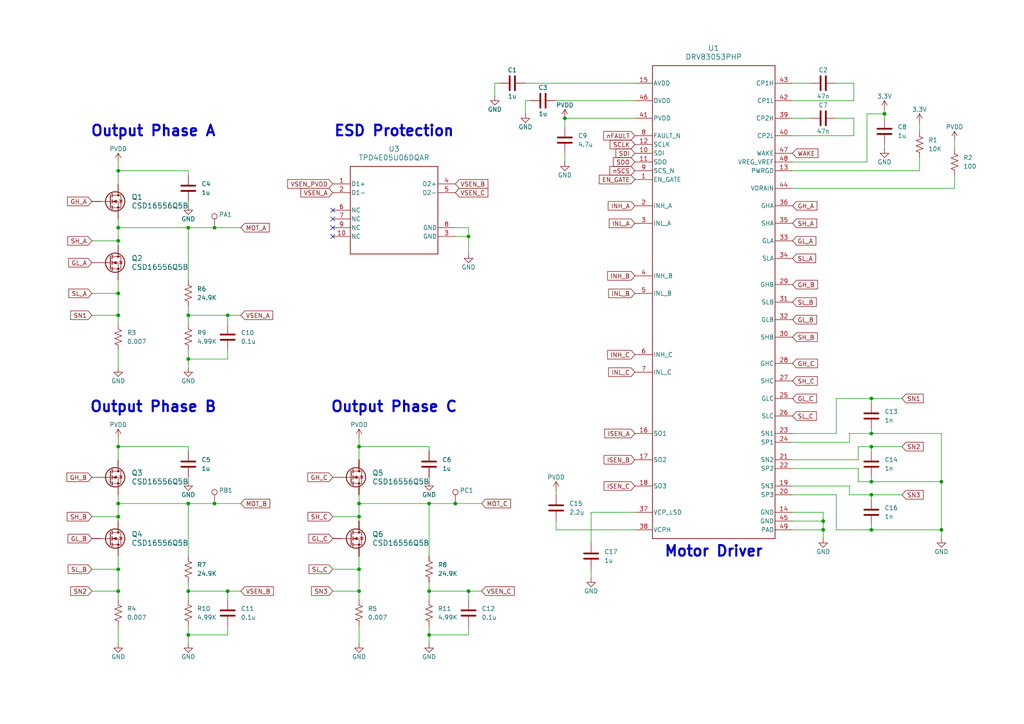
<source format=kicad_sch>
(kicad_sch (version 20231120) (generator "eeschema") (generator_version "8.0")
  (paper "A4")
  (title_block (title "Easy ESC") (date "2024-08-06") (rev "1.0") (company "Buckley Boards "))
  (lib_symbols
    (symbol "Connector:TestPoint" (pin_numbers hide) (pin_names (offset 0.762) hide)
      (property "Reference" "TP" (at 0 6.858 0))
      (property "Value" "TestPoint" (at 0 5.08 0))
      (symbol "TestPoint_0_1"
        (circle (center 0 3.302) (radius 0.762))
      )
      (symbol "TestPoint_1_1"
        (pin passive line (at 0 0 90) (length 2.54) (name "1") (number "1"))
      )
    )
    (symbol "Device:C" (pin_numbers hide) (pin_names (offset 0.254))
      (property "Reference" "C" (at 0.635 2.54 0))
      (property "Value" "C" (at 0.635 -2.54 0))
      (symbol "C_0_1"
        (polyline (pts (xy -2.032 -0.762) (xy 2.032 -0.762)) (stroke (width 0.508)))
        (polyline (pts (xy -2.032 0.762) (xy 2.032 0.762)) (stroke (width 0.508)))
      )
      (symbol "C_1_1"
        (pin passive line (at 0 3.81 270) (length 2.794) (name "~") (number "1"))
        (pin passive line (at 0 -3.81 90) (length 2.794) (name "~") (number "2"))
      )
    )
    (symbol "Device:R_US" (pin_numbers hide) (pin_names (offset 0))
      (property "Reference" "R" (at 2.54 0 90))
      (property "Value" "R_US" (at -2.54 0 90))
      (symbol "R_US_0_1"
        (polyline (pts (xy 0 -2.286) (xy 0 -2.54)))
        (polyline (pts (xy 0 2.286) (xy 0 2.54)))
        (polyline (pts (xy 0 -0.762) (xy 1.016 -1.143) (xy 0 -1.524) (xy -1.016 -1.905) (xy 0 -2.286)))
        (polyline (pts (xy 0 0.762) (xy 1.016 0.381) (xy 0 0) (xy -1.016 -0.381) (xy 0 -0.762)))
        (polyline (pts (xy 0 2.286) (xy 1.016 1.905) (xy 0 1.524) (xy -1.016 1.143) (xy 0 0.762)))
      )
      (symbol "R_US_1_1"
        (pin passive line (at 0 3.81 270) (length 1.27) (name "~") (number "1"))
        (pin passive line (at 0 -3.81 90) (length 1.27) (name "~") (number "2"))
      )
    )
    (symbol "EasyBLDC:CSD16556Q5B" (pin_numbers hide) (pin_names (offset 0.254) hide)
      (property "Reference" "Q" (at 10.668 -6.604 0))
      (property "Value" "CSD16556Q5B" (at 18.034 -8.636 0))
      (symbol "CSD16556Q5B_0_1"
        (polyline (pts (xy 5.334 -7.62) (xy 2.54 -7.62)))
        (polyline (pts (xy 5.334 -5.715) (xy 5.334 -9.525)) (stroke (width 0.254)))
        (polyline (pts (xy 5.842 -8.89) (xy 5.842 -9.906)) (stroke (width 0.254)))
        (polyline (pts (xy 5.842 -7.112) (xy 5.842 -8.128)) (stroke (width 0.254)))
        (polyline (pts (xy 5.842 -5.334) (xy 5.842 -6.35)) (stroke (width 0.254)))
        (polyline (pts (xy 7.62 -5.08) (xy 7.62 -5.842)))
        (polyline (pts (xy 7.62 -10.16) (xy 7.62 -7.62) (xy 5.842 -7.62)))
        (polyline (pts (xy 5.842 -9.398) (xy 8.382 -9.398) (xy 8.382 -5.842) (xy 5.842 -5.842)))
        (polyline (pts (xy 6.096 -7.62) (xy 7.112 -7.239) (xy 7.112 -8.001) (xy 6.096 -7.62)) (fill (type outline)))
        (polyline (pts (xy 7.874 -7.112) (xy 8.001 -7.239) (xy 8.763 -7.239) (xy 8.89 -7.366)))
        (polyline (pts (xy 8.382 -7.239) (xy 8.001 -7.874) (xy 8.763 -7.874) (xy 8.382 -7.239)))
        (circle (center 6.731 -7.62) (radius 2.794) (stroke (width 0.254)))
        (circle (center 7.62 -9.398) (radius 0.254) (fill (type outline)))
        (circle (center 7.62 -5.842) (radius 0.254) (fill (type outline)))
      )
      (symbol "CSD16556Q5B_1_1"
        (pin passive line (at 7.62 -12.7 90) (length 2.54) (name "S") (number "1"))
        (pin passive line (at 7.62 -12.7 90) (length 2.54) (name "S") (number "2"))
        (pin passive line (at 7.62 -12.7 90) (length 2.54) (name "S") (number "3"))
        (pin input line (at 0 -7.62 0) (length 2.54) (name "G") (number "4"))
        (pin passive line (at 7.62 -2.54 270) (length 2.54) (name "D") (number "5"))
        (pin passive line (at 7.62 -2.54 270) (length 2.54) (name "D") (number "6"))
        (pin passive line (at 7.62 -2.54 270) (length 2.54) (name "D") (number "7"))
        (pin passive line (at 7.62 -2.54 270) (length 2.54) (name "D") (number "8"))
      )
    )
    (symbol "EasyBLDC:DRV83053PHP" (pin_names (offset 0.254))
      (property "Reference" "U" (at 0 2.54 0))
      (property "Value" "DRV83053PHP" (at 0 0 0))
      (symbol "DRV83053PHP_0_1"
        (polyline (pts (xy -17.78 -68.58) (xy 17.78 -68.58)) (stroke (width 0.2032)))
        (polyline (pts (xy -17.78 68.58) (xy -17.78 -68.58)) (stroke (width 0.2032)))
        (polyline (pts (xy 17.78 -68.58) (xy 17.78 68.58)) (stroke (width 0.2032)))
        (polyline (pts (xy 17.78 68.58) (xy -17.78 68.58)) (stroke (width 0.2032)))
        (pin input line (at -22.86 35.56 0) (length 5.08) (name "EN_GATE") (number "1"))
        (pin input line (at -22.86 43.18 0) (length 5.08) (name "SDI") (number "10"))
        (pin output line (at -22.86 40.64 0) (length 5.08) (name "SDO") (number "11"))
        (pin input line (at -22.86 45.72 0) (length 5.08) (name "SCLK") (number "12"))
        (pin open_collector line (at 22.86 38.1 180) (length 5.08) (name "PWRGD") (number "13"))
        (pin power_in line (at 22.86 -60.96 180) (length 5.08) (name "GND") (number "14"))
        (pin power_in line (at -22.86 63.5 0) (length 5.08) (name "AVDD") (number "15"))
        (pin output line (at -22.86 -38.1 0) (length 5.08) (name "SO1") (number "16"))
        (pin output line (at -22.86 -45.72 0) (length 5.08) (name "SO2") (number "17"))
        (pin output line (at -22.86 -53.34 0) (length 5.08) (name "SO3") (number "18"))
        (pin input line (at 22.86 -53.34 180) (length 5.08) (name "SN3") (number "19"))
        (pin input line (at -22.86 27.94 0) (length 5.08) (name "INH_A") (number "2"))
        (pin input line (at 22.86 -55.88 180) (length 5.08) (name "SP3") (number "20"))
        (pin input line (at 22.86 -45.72 180) (length 5.08) (name "SN2") (number "21"))
        (pin input line (at 22.86 -48.26 180) (length 5.08) (name "SP2") (number "22"))
        (pin input line (at 22.86 -38.1 180) (length 5.08) (name "SN1") (number "23"))
        (pin input line (at 22.86 -40.64 180) (length 5.08) (name "SP1") (number "24"))
        (pin output line (at 22.86 -27.94 180) (length 5.08) (name "GLC") (number "25"))
        (pin input line (at 22.86 -33.02 180) (length 5.08) (name "SLC") (number "26"))
        (pin input line (at 22.86 -22.86 180) (length 5.08) (name "SHC") (number "27"))
        (pin output line (at 22.86 -17.78 180) (length 5.08) (name "GHC") (number "28"))
        (pin output line (at 22.86 5.08 180) (length 5.08) (name "GHB") (number "29"))
        (pin input line (at -22.86 22.86 0) (length 5.08) (name "INL_A") (number "3"))
        (pin input line (at 22.86 -10.16 180) (length 5.08) (name "SHB") (number "30"))
        (pin input line (at 22.86 0 180) (length 5.08) (name "SLB") (number "31"))
        (pin output line (at 22.86 -5.08 180) (length 5.08) (name "GLB") (number "32"))
        (pin output line (at 22.86 17.78 180) (length 5.08) (name "GLA") (number "33"))
        (pin input line (at 22.86 12.7 180) (length 5.08) (name "SLA") (number "34"))
        (pin input line (at 22.86 22.86 180) (length 5.08) (name "SHA") (number "35"))
        (pin output line (at 22.86 27.94 180) (length 5.08) (name "GHA") (number "36"))
        (pin unspecified line (at -22.86 -60.96 0) (length 5.08) (name "VCP_LSD") (number "37"))
        (pin unspecified line (at -22.86 -66.04 0) (length 5.08) (name "VCPH") (number "38"))
        (pin unspecified line (at 22.86 53.34 180) (length 5.08) (name "CP2H") (number "39"))
        (pin input line (at -22.86 7.62 0) (length 5.08) (name "INH_B") (number "4"))
        (pin unspecified line (at 22.86 48.26 180) (length 5.08) (name "CP2L") (number "40"))
        (pin power_in line (at -22.86 53.34 0) (length 5.08) (name "PVDD") (number "41"))
        (pin unspecified line (at 22.86 58.42 180) (length 5.08) (name "CP1L") (number "42"))
        (pin unspecified line (at 22.86 63.5 180) (length 5.08) (name "CP1H") (number "43"))
        (pin power_in line (at 22.86 33.02 180) (length 5.08) (name "VDRAIN") (number "44"))
        (pin power_in line (at 22.86 -63.5 180) (length 5.08) (name "GND") (number "45"))
        (pin power_in line (at -22.86 58.42 0) (length 5.08) (name "DVDD") (number "46"))
        (pin input line (at 22.86 43.18 180) (length 5.08) (name "WAKE") (number "47"))
        (pin power_in line (at 22.86 40.64 180) (length 5.08) (name "VREG_VREF") (number "48"))
        (pin power_in line (at 22.86 -66.04 180) (length 5.08) (name "PAD") (number "49"))
        (pin input line (at -22.86 2.54 0) (length 5.08) (name "INL_B") (number "5"))
        (pin input line (at -22.86 -15.24 0) (length 5.08) (name "INH_C") (number "6"))
        (pin input line (at -22.86 -20.32 0) (length 5.08) (name "INL_C") (number "7"))
        (pin open_collector line (at -22.86 48.26 0) (length 5.08) (name "FAULT_N") (number "8"))
        (pin input line (at -22.86 38.1 0) (length 5.08) (name "SCS_N") (number "9"))
      )
    )
    (symbol "EasyBLDC:TPD4E05U06DQAR" (pin_names (offset 0.254))
      (property "Reference" "U" (at 0 2.54 0))
      (property "Value" "TPD4E05U06DQAR" (at 0 0 0))
      (symbol "TPD4E05U06DQAR_0_1"
        (polyline (pts (xy -12.7 -12.7) (xy 12.7 -12.7)) (stroke (width 0.2032)))
        (polyline (pts (xy -12.7 12.7) (xy -12.7 -12.7)) (stroke (width 0.2032)))
        (polyline (pts (xy 12.7 -12.7) (xy 12.7 12.7)) (stroke (width 0.2032)))
        (polyline (pts (xy 12.7 12.7) (xy -12.7 12.7)) (stroke (width 0.2032)))
        (pin bidirectional line (at -17.78 7.62 0) (length 5.08) (name "D1+") (number "1"))
        (pin unspecified line (at -17.78 -7.62 0) (length 5.08) (name "NC") (number "10"))
        (pin bidirectional line (at -17.78 5.08 0) (length 5.08) (name "D1-") (number "2"))
        (pin power_in line (at 17.78 -7.62 180) (length 5.08) (name "GND") (number "3"))
        (pin bidirectional line (at 17.78 7.62 180) (length 5.08) (name "D2+") (number "4"))
        (pin bidirectional line (at 17.78 5.08 180) (length 5.08) (name "D2-") (number "5"))
        (pin unspecified line (at -17.78 0 0) (length 5.08) (name "NC") (number "6"))
        (pin unspecified line (at -17.78 -2.54 0) (length 5.08) (name "NC") (number "7"))
        (pin power_in line (at 17.78 -5.08 180) (length 5.08) (name "GND") (number "8"))
        (pin unspecified line (at -17.78 -5.08 0) (length 5.08) (name "NC") (number "9"))
      )
    )
    (symbol "power:GND" (power) (pin_numbers hide) (pin_names (offset 0) hide)
      (property "Value" "GND" (at 0 -3.81 0))
      (symbol "GND_0_1"
        (polyline (pts (xy 0 0) (xy 0 -1.27) (xy 1.27 -1.27) (xy 0 -2.54) (xy -1.27 -1.27) (xy 0 -1.27)))
      )
      (symbol "GND_1_1"
        (pin power_in line (at 0 0 270) (length 0) (name "~") (number "1"))
      )
    )
    (symbol "power:VDC" (power) (pin_numbers hide) (pin_names (offset 0) hide)
      (property "Value" "VDC" (at 0 3.556 0))
      (symbol "VDC_0_1"
        (polyline (pts (xy -0.762 1.27) (xy 0 2.54)))
        (polyline (pts (xy 0 0) (xy 0 2.54)))
        (polyline (pts (xy 0 2.54) (xy 0.762 1.27)))
      )
      (symbol "VDC_1_1"
        (pin power_in line (at 0 0 90) (length 0) (name "~") (number "1"))
      )
    )
  )
  (junction (at 34.29 91.44))
  (junction (at 62.23 146.05))
  (junction (at 34.29 85.09))
  (junction (at 34.29 66.04))
  (junction (at 104.14 129.54))
  (junction (at 66.04 91.44))
  (junction (at 34.29 165.1))
  (junction (at 34.29 146.05))
  (junction (at 252.73 139.7))
  (junction (at 252.73 115.57))
  (junction (at 54.61 171.45))
  (junction (at 66.04 171.45))
  (junction (at 124.46 184.15))
  (junction (at 135.89 68.58))
  (junction (at 135.89 171.45))
  (junction (at 256.54 33.02))
  (junction (at 273.05 139.7))
  (junction (at 54.61 184.15))
  (junction (at 34.29 171.45))
  (junction (at 34.29 149.86))
  (junction (at 238.76 151.13))
  (junction (at 252.73 129.54))
  (junction (at 124.46 146.05))
  (junction (at 104.14 165.1))
  (junction (at 132.08 146.05))
  (junction (at 273.05 153.67))
  (junction (at 34.29 49.53))
  (junction (at 104.14 149.86))
  (junction (at 104.14 146.05))
  (junction (at 238.76 153.67))
  (junction (at 163.83 34.29))
  (junction (at 104.14 171.45))
  (junction (at 54.61 91.44))
  (junction (at 34.29 69.85))
  (junction (at 54.61 146.05))
  (junction (at 54.61 104.14))
  (junction (at 34.29 129.54))
  (junction (at 124.46 171.45))
  (junction (at 252.73 125.73))
  (junction (at 62.23 66.04))
  (junction (at 54.61 66.04))
  (junction (at 252.73 153.67))
  (junction (at 252.73 143.51))
  (no_connect (at 96.52 60.96))
  (no_connect (at 96.52 66.04))
  (no_connect (at 96.52 68.58))
  (no_connect (at 96.52 63.5))
  (wire (pts (xy 161.29 142.24) (xy 161.29 143.51)))
  (wire (pts (xy 34.29 129.54) (xy 34.29 133.35)))
  (wire (pts (xy 256.54 31.75) (xy 256.54 33.02)))
  (wire (pts (xy 246.38 125.73) (xy 246.38 128.27)))
  (wire (pts (xy 251.46 33.02) (xy 256.54 33.02)))
  (wire (pts (xy 144.78 24.13) (xy 143.51 24.13)))
  (wire (pts (xy 229.87 29.21) (xy 247.65 29.21)))
  (wire (pts (xy 54.61 66.04) (xy 62.23 66.04)))
  (wire (pts (xy 34.29 63.5) (xy 34.29 66.04)))
  (wire (pts (xy 124.46 184.15) (xy 135.89 184.15)))
  (wire (pts (xy 26.67 149.86) (xy 34.29 149.86)))
  (wire (pts (xy 104.14 129.54) (xy 104.14 133.35)))
  (wire (pts (xy 104.14 146.05) (xy 124.46 146.05)))
  (wire (pts (xy 54.61 66.04) (xy 54.61 81.28)))
  (wire (pts (xy 34.29 66.04) (xy 54.61 66.04)))
  (wire (pts (xy 229.87 135.89) (xy 248.92 135.89)))
  (wire (pts (xy 124.46 146.05) (xy 124.46 161.29)))
  (wire (pts (xy 229.87 125.73) (xy 242.57 125.73)))
  (wire (pts (xy 54.61 181.61) (xy 54.61 184.15)))
  (wire (pts (xy 104.14 171.45) (xy 104.14 173.99)))
  (wire (pts (xy 256.54 33.02) (xy 256.54 34.29)))
  (wire (pts (xy 104.14 127) (xy 104.14 129.54)))
  (wire (pts (xy 34.29 69.85) (xy 34.29 71.12)))
  (wire (pts (xy 96.52 171.45) (xy 104.14 171.45)))
  (wire (pts (xy 26.67 85.09) (xy 34.29 85.09)))
  (wire (pts (xy 229.87 46.99) (xy 251.46 46.99)))
  (wire (pts (xy 229.87 39.37) (xy 247.65 39.37)))
  (wire (pts (xy 34.29 49.53) (xy 34.29 53.34)))
  (wire (pts (xy 252.73 115.57) (xy 261.62 115.57)))
  (wire (pts (xy 229.87 133.35) (xy 248.92 133.35)))
  (wire (pts (xy 34.29 181.61) (xy 34.29 186.69)))
  (wire (pts (xy 34.29 91.44) (xy 34.29 85.09)))
  (wire (pts (xy 242.57 115.57) (xy 252.73 115.57)))
  (wire (pts (xy 96.52 165.1) (xy 104.14 165.1)))
  (wire (pts (xy 242.57 115.57) (xy 242.57 125.73)))
  (wire (pts (xy 252.73 115.57) (xy 252.73 116.84)))
  (wire (pts (xy 34.29 129.54) (xy 54.61 129.54)))
  (wire (pts (xy 132.08 66.04) (xy 135.89 66.04)))
  (wire (pts (xy 238.76 151.13) (xy 238.76 153.67)))
  (wire (pts (xy 248.92 133.35) (xy 248.92 129.54)))
  (wire (pts (xy 54.61 104.14) (xy 54.61 106.68)))
  (wire (pts (xy 135.89 68.58) (xy 132.08 68.58)))
  (wire (pts (xy 135.89 66.04) (xy 135.89 68.58)))
  (wire (pts (xy 229.87 24.13) (xy 234.95 24.13)))
  (wire (pts (xy 143.51 24.13) (xy 143.51 27.94)))
  (wire (pts (xy 124.46 181.61) (xy 124.46 184.15)))
  (wire (pts (xy 132.08 146.05) (xy 139.7 146.05)))
  (wire (pts (xy 184.15 153.67) (xy 161.29 153.67)))
  (wire (pts (xy 34.29 143.51) (xy 34.29 146.05)))
  (wire (pts (xy 247.65 39.37) (xy 247.65 34.29)))
  (wire (pts (xy 163.83 34.29) (xy 184.15 34.29)))
  (wire (pts (xy 252.73 129.54) (xy 261.62 129.54)))
  (wire (pts (xy 66.04 104.14) (xy 66.04 101.6)))
  (wire (pts (xy 34.29 91.44) (xy 34.29 93.98)))
  (wire (pts (xy 26.67 165.1) (xy 34.29 165.1)))
  (wire (pts (xy 104.14 143.51) (xy 104.14 146.05)))
  (wire (pts (xy 242.57 143.51) (xy 229.87 143.51)))
  (wire (pts (xy 252.73 153.67) (xy 252.73 152.4)))
  (wire (pts (xy 34.29 127) (xy 34.29 129.54)))
  (wire (pts (xy 104.14 149.86) (xy 104.14 151.13)))
  (wire (pts (xy 248.92 129.54) (xy 252.73 129.54)))
  (wire (pts (xy 266.7 49.53) (xy 229.87 49.53)))
  (wire (pts (xy 26.67 171.45) (xy 34.29 171.45)))
  (wire (pts (xy 34.29 165.1) (xy 34.29 161.29)))
  (wire (pts (xy 135.89 73.66) (xy 135.89 68.58)))
  (wire (pts (xy 66.04 171.45) (xy 69.85 171.45)))
  (wire (pts (xy 163.83 44.45) (xy 163.83 46.99)))
  (wire (pts (xy 161.29 29.21) (xy 184.15 29.21)))
  (wire (pts (xy 54.61 49.53) (xy 54.61 50.8)))
  (wire (pts (xy 252.73 143.51) (xy 252.73 144.78)))
  (wire (pts (xy 163.83 36.83) (xy 163.83 34.29)))
  (wire (pts (xy 54.61 91.44) (xy 54.61 88.9)))
  (wire (pts (xy 34.29 171.45) (xy 34.29 173.99)))
  (wire (pts (xy 242.57 153.67) (xy 252.73 153.67)))
  (wire (pts (xy 54.61 129.54) (xy 54.61 130.81)))
  (wire (pts (xy 66.04 91.44) (xy 66.04 93.98)))
  (wire (pts (xy 124.46 173.99) (xy 124.46 171.45)))
  (wire (pts (xy 256.54 41.91) (xy 256.54 43.18)))
  (wire (pts (xy 229.87 151.13) (xy 238.76 151.13)))
  (wire (pts (xy 266.7 45.72) (xy 266.7 49.53)))
  (wire (pts (xy 54.61 138.43) (xy 54.61 139.7)))
  (wire (pts (xy 252.73 125.73) (xy 252.73 124.46)))
  (wire (pts (xy 54.61 146.05) (xy 54.61 161.29)))
  (wire (pts (xy 34.29 46.99) (xy 34.29 49.53)))
  (wire (pts (xy 62.23 146.05) (xy 69.85 146.05)))
  (wire (pts (xy 34.29 85.09) (xy 34.29 81.28)))
  (wire (pts (xy 246.38 140.97) (xy 229.87 140.97)))
  (wire (pts (xy 66.04 91.44) (xy 69.85 91.44)))
  (wire (pts (xy 229.87 153.67) (xy 238.76 153.67)))
  (wire (pts (xy 104.14 129.54) (xy 124.46 129.54)))
  (wire (pts (xy 124.46 138.43) (xy 124.46 139.7)))
  (wire (pts (xy 247.65 34.29) (xy 242.57 34.29)))
  (wire (pts (xy 248.92 139.7) (xy 252.73 139.7)))
  (wire (pts (xy 171.45 157.48) (xy 171.45 148.59)))
  (wire (pts (xy 171.45 165.1) (xy 171.45 167.64)))
  (wire (pts (xy 252.73 139.7) (xy 273.05 139.7)))
  (wire (pts (xy 229.87 128.27) (xy 246.38 128.27)))
  (wire (pts (xy 238.76 153.67) (xy 238.76 156.21)))
  (wire (pts (xy 273.05 153.67) (xy 273.05 156.21)))
  (wire (pts (xy 152.4 29.21) (xy 153.67 29.21)))
  (wire (pts (xy 66.04 91.44) (xy 54.61 91.44)))
  (wire (pts (xy 276.86 40.64) (xy 276.86 43.18)))
  (wire (pts (xy 252.73 139.7) (xy 252.73 138.43)))
  (wire (pts (xy 252.73 125.73) (xy 273.05 125.73)))
  (wire (pts (xy 54.61 171.45) (xy 54.61 168.91)))
  (wire (pts (xy 242.57 153.67) (xy 242.57 143.51)))
  (wire (pts (xy 62.23 66.04) (xy 69.85 66.04)))
  (wire (pts (xy 135.89 171.45) (xy 124.46 171.45)))
  (wire (pts (xy 54.61 146.05) (xy 62.23 146.05)))
  (wire (pts (xy 135.89 184.15) (xy 135.89 181.61)))
  (wire (pts (xy 124.46 129.54) (xy 124.46 130.81)))
  (wire (pts (xy 54.61 184.15) (xy 54.61 186.69)))
  (wire (pts (xy 54.61 93.98) (xy 54.61 91.44)))
  (wire (pts (xy 124.46 171.45) (xy 124.46 168.91)))
  (wire (pts (xy 26.67 91.44) (xy 34.29 91.44)))
  (wire (pts (xy 104.14 146.05) (xy 104.14 149.86)))
  (wire (pts (xy 66.04 171.45) (xy 54.61 171.45)))
  (wire (pts (xy 34.29 171.45) (xy 34.29 165.1)))
  (wire (pts (xy 229.87 34.29) (xy 234.95 34.29)))
  (wire (pts (xy 54.61 173.99) (xy 54.61 171.45)))
  (wire (pts (xy 135.89 171.45) (xy 139.7 171.45)))
  (wire (pts (xy 246.38 143.51) (xy 246.38 140.97)))
  (wire (pts (xy 34.29 66.04) (xy 34.29 69.85)))
  (wire (pts (xy 104.14 165.1) (xy 104.14 161.29)))
  (wire (pts (xy 238.76 148.59) (xy 238.76 151.13)))
  (wire (pts (xy 34.29 101.6) (xy 34.29 106.68)))
  (wire (pts (xy 34.29 149.86) (xy 34.29 151.13)))
  (wire (pts (xy 54.61 104.14) (xy 66.04 104.14)))
  (wire (pts (xy 152.4 33.02) (xy 152.4 29.21)))
  (wire (pts (xy 66.04 184.15) (xy 66.04 181.61)))
  (wire (pts (xy 34.29 146.05) (xy 54.61 146.05)))
  (wire (pts (xy 246.38 125.73) (xy 252.73 125.73)))
  (wire (pts (xy 26.67 69.85) (xy 34.29 69.85)))
  (wire (pts (xy 252.73 143.51) (xy 261.62 143.51)))
  (wire (pts (xy 266.7 35.56) (xy 266.7 38.1)))
  (wire (pts (xy 252.73 153.67) (xy 273.05 153.67)))
  (wire (pts (xy 34.29 146.05) (xy 34.29 149.86)))
  (wire (pts (xy 251.46 46.99) (xy 251.46 33.02)))
  (wire (pts (xy 34.29 49.53) (xy 54.61 49.53)))
  (wire (pts (xy 54.61 58.42) (xy 54.61 59.69)))
  (wire (pts (xy 171.45 148.59) (xy 184.15 148.59)))
  (wire (pts (xy 229.87 148.59) (xy 238.76 148.59)))
  (wire (pts (xy 124.46 146.05) (xy 132.08 146.05)))
  (wire (pts (xy 276.86 50.8) (xy 276.86 54.61)))
  (wire (pts (xy 252.73 129.54) (xy 252.73 130.81)))
  (wire (pts (xy 124.46 184.15) (xy 124.46 186.69)))
  (wire (pts (xy 152.4 24.13) (xy 184.15 24.13)))
  (wire (pts (xy 96.52 149.86) (xy 104.14 149.86)))
  (wire (pts (xy 54.61 101.6) (xy 54.61 104.14)))
  (wire (pts (xy 104.14 181.61) (xy 104.14 186.69)))
  (wire (pts (xy 246.38 143.51) (xy 252.73 143.51)))
  (wire (pts (xy 229.87 54.61) (xy 276.86 54.61)))
  (wire (pts (xy 135.89 171.45) (xy 135.89 173.99)))
  (wire (pts (xy 273.05 153.67) (xy 273.05 139.7)))
  (wire (pts (xy 54.61 184.15) (xy 66.04 184.15)))
  (wire (pts (xy 273.05 139.7) (xy 273.05 125.73)))
  (wire (pts (xy 66.04 171.45) (xy 66.04 173.99)))
  (wire (pts (xy 161.29 153.67) (xy 161.29 151.13)))
  (wire (pts (xy 247.65 24.13) (xy 242.57 24.13)))
  (wire (pts (xy 104.14 171.45) (xy 104.14 165.1)))
  (wire (pts (xy 248.92 135.89) (xy 248.92 139.7)))
  (wire (pts (xy 247.65 29.21) (xy 247.65 24.13)))
  (text "Output Phase A\n" (at 44.45 38.1 0) (effects (font (size 3.048 3.048) (bold yes))))
  (text "ESD Protection\n" (at 114.3 38.1 0) (effects (font (size 3.048 3.048) (bold yes))))
  (text "Output Phase C\n" (at 114.3 118.11 0) (effects (font (size 3.048 3.048) (bold yes))))
  (text "Motor Driver" (at 207.01 160.02 0) (effects (font (size 3.048 3.048) (bold yes))))
  (text "Output Phase B" (at 44.45 118.11 0) (effects (font (size 3.048 3.048) (bold yes))))
  (global_label "SH_A" (shape input) (at 26.67 69.85 180) (property "Intersheetrefs" "${INTERSHEET_REFS}" (effects (hide yes))))
  (global_label "SL_C" (shape input) (at 229.87 120.65 0) (property "Intersheetrefs" "${INTERSHEET_REFS}" (effects (hide yes))))
  (global_label "SH_C" (shape input) (at 96.52 149.86 180) (property "Intersheetrefs" "${INTERSHEET_REFS}" (effects (hide yes))))
  (global_label "GH_C" (shape input) (at 96.52 138.43 180) (property "Intersheetrefs" "${INTERSHEET_REFS}" (effects (hide yes))))
  (global_label "SH_B" (shape input) (at 229.87 97.79 0) (property "Intersheetrefs" "${INTERSHEET_REFS}" (effects (hide yes))))
  (global_label "ISEN_A" (shape input) (at 184.15 125.73 180) (property "Intersheetrefs" "${INTERSHEET_REFS}" (effects (hide yes))))
  (global_label "INL_A" (shape input) (at 184.15 64.77 180) (property "Intersheetrefs" "${INTERSHEET_REFS}" (effects (hide yes))))
  (global_label "SL_A" (shape input) (at 26.67 85.09 180) (property "Intersheetrefs" "${INTERSHEET_REFS}" (effects (hide yes))))
  (global_label "SL_A" (shape input) (at 229.87 74.93 0) (property "Intersheetrefs" "${INTERSHEET_REFS}" (effects (hide yes))))
  (global_label "SN3" (shape input) (at 96.52 171.45 180) (property "Intersheetrefs" "${INTERSHEET_REFS}" (effects (hide yes))))
  (global_label "SCLK" (shape input) (at 184.15 41.91 180) (property "Intersheetrefs" "${INTERSHEET_REFS}" (effects (hide yes))))
  (global_label "VSEN_C" (shape input) (at 132.08 55.88 0) (property "Intersheetrefs" "${INTERSHEET_REFS}" (effects (hide yes))))
  (global_label "INH_C" (shape input) (at 184.15 102.87 180) (property "Intersheetrefs" "${INTERSHEET_REFS}" (effects (hide yes))))
  (global_label "GH_C" (shape input) (at 229.87 105.41 0) (property "Intersheetrefs" "${INTERSHEET_REFS}" (effects (hide yes))))
  (global_label "nSCS" (shape input) (at 184.15 49.53 180) (property "Intersheetrefs" "${INTERSHEET_REFS}" (effects (hide yes))))
  (global_label "VSEN_B" (shape input) (at 69.85 171.45 0) (property "Intersheetrefs" "${INTERSHEET_REFS}" (effects (hide yes))))
  (global_label "SN1" (shape input) (at 261.62 115.57 0) (property "Intersheetrefs" "${INTERSHEET_REFS}" (effects (hide yes))))
  (global_label "INL_C" (shape input) (at 184.15 107.95 180) (property "Intersheetrefs" "${INTERSHEET_REFS}" (effects (hide yes))))
  (global_label "SH_B" (shape input) (at 26.67 149.86 180) (property "Intersheetrefs" "${INTERSHEET_REFS}" (effects (hide yes))))
  (global_label "SH_C" (shape input) (at 229.87 110.49 0) (property "Intersheetrefs" "${INTERSHEET_REFS}" (effects (hide yes))))
  (global_label "GL_A" (shape input) (at 229.87 69.85 0) (property "Intersheetrefs" "${INTERSHEET_REFS}" (effects (hide yes))))
  (global_label "SN2" (shape input) (at 261.62 129.54 0) (property "Intersheetrefs" "${INTERSHEET_REFS}" (effects (hide yes))))
  (global_label "INH_B" (shape input) (at 184.15 80.01 180) (property "Intersheetrefs" "${INTERSHEET_REFS}" (effects (hide yes))))
  (global_label "GL_B" (shape input) (at 26.67 156.21 180) (property "Intersheetrefs" "${INTERSHEET_REFS}" (effects (hide yes))))
  (global_label "INH_A" (shape input) (at 184.15 59.69 180) (property "Intersheetrefs" "${INTERSHEET_REFS}" (effects (hide yes))))
  (global_label "GH_B" (shape input) (at 26.67 138.43 180) (property "Intersheetrefs" "${INTERSHEET_REFS}" (effects (hide yes))))
  (global_label "GL_B" (shape input) (at 229.87 92.71 0) (property "Intersheetrefs" "${INTERSHEET_REFS}" (effects (hide yes))))
  (global_label "ISEN_B" (shape input) (at 184.15 133.35 180) (property "Intersheetrefs" "${INTERSHEET_REFS}" (effects (hide yes))))
  (global_label "MOT_C" (shape input) (at 139.7 146.05 0) (property "Intersheetrefs" "${INTERSHEET_REFS}" (effects (hide yes))))
  (global_label "SN3" (shape input) (at 261.62 143.51 0) (property "Intersheetrefs" "${INTERSHEET_REFS}" (effects (hide yes))))
  (global_label "MOT_B" (shape input) (at 69.85 146.05 0) (property "Intersheetrefs" "${INTERSHEET_REFS}" (effects (hide yes))))
  (global_label "SN2" (shape input) (at 26.67 171.45 180) (property "Intersheetrefs" "${INTERSHEET_REFS}" (effects (hide yes))))
  (global_label "VSEN_B" (shape input) (at 132.08 53.34 0) (property "Intersheetrefs" "${INTERSHEET_REFS}" (effects (hide yes))))
  (global_label "SDO" (shape input) (at 184.15 46.99 180) (property "Intersheetrefs" "${INTERSHEET_REFS}" (effects (hide yes))))
  (global_label "GH_B" (shape input) (at 229.87 82.55 0) (property "Intersheetrefs" "${INTERSHEET_REFS}" (effects (hide yes))))
  (global_label "SH_A" (shape input) (at 229.87 64.77 0) (property "Intersheetrefs" "${INTERSHEET_REFS}" (effects (hide yes))))
  (global_label "GL_C" (shape input) (at 229.87 115.57 0) (property "Intersheetrefs" "${INTERSHEET_REFS}" (effects (hide yes))))
  (global_label "WAKE" (shape input) (at 229.87 44.45 0) (property "Intersheetrefs" "${INTERSHEET_REFS}" (effects (hide yes))))
  (global_label "GH_A" (shape input) (at 229.87 59.69 0) (property "Intersheetrefs" "${INTERSHEET_REFS}" (effects (hide yes))))
  (global_label "SL_C" (shape input) (at 96.52 165.1 180) (property "Intersheetrefs" "${INTERSHEET_REFS}" (effects (hide yes))))
  (global_label "MOT_A" (shape input) (at 69.85 66.04 0) (property "Intersheetrefs" "${INTERSHEET_REFS}" (effects (hide yes))))
  (global_label "GL_C" (shape input) (at 96.52 156.21 180) (property "Intersheetrefs" "${INTERSHEET_REFS}" (effects (hide yes))))
  (global_label "ISEN_C" (shape input) (at 184.15 140.97 180) (property "Intersheetrefs" "${INTERSHEET_REFS}" (effects (hide yes))))
  (global_label "EN_GATE" (shape input) (at 184.15 52.07 180) (property "Intersheetrefs" "${INTERSHEET_REFS}" (effects (hide yes))))
  (global_label "GH_A" (shape input) (at 26.67 58.42 180) (property "Intersheetrefs" "${INTERSHEET_REFS}" (effects (hide yes))))
  (global_label "SN1" (shape input) (at 26.67 91.44 180) (property "Intersheetrefs" "${INTERSHEET_REFS}" (effects (hide yes))))
  (global_label "INL_B" (shape input) (at 184.15 85.09 180) (property "Intersheetrefs" "${INTERSHEET_REFS}" (effects (hide yes))))
  (global_label "VSEN_A" (shape input) (at 69.85 91.44 0) (property "Intersheetrefs" "${INTERSHEET_REFS}" (effects (hide yes))))
  (global_label "SL_B" (shape input) (at 229.87 87.63 0) (property "Intersheetrefs" "${INTERSHEET_REFS}" (effects (hide yes))))
  (global_label "SL_B" (shape input) (at 26.67 165.1 180) (property "Intersheetrefs" "${INTERSHEET_REFS}" (effects (hide yes))))
  (global_label "SDI" (shape input) (at 184.15 44.45 180) (property "Intersheetrefs" "${INTERSHEET_REFS}" (effects (hide yes))))
  (global_label "nFAULT" (shape input) (at 184.15 39.37 180) (property "Intersheetrefs" "${INTERSHEET_REFS}" (effects (hide yes))))
  (global_label "VSEN_A" (shape input) (at 96.52 55.88 180) (property "Intersheetrefs" "${INTERSHEET_REFS}" (effects (hide yes))))
  (global_label "VSEN_PVDD" (shape input) (at 96.52 53.34 180) (property "Intersheetrefs" "${INTERSHEET_REFS}" (effects (hide yes))))
  (global_label "GL_A" (shape input) (at 26.67 76.2 180) (property "Intersheetrefs" "${INTERSHEET_REFS}" (effects (hide yes))))
  (global_label "VSEN_C" (shape input) (at 139.7 171.45 0) (property "Intersheetrefs" "${INTERSHEET_REFS}" (effects (hide yes))))
  (symbol (lib_id "power:GND") (at 54.61 59.69 0) (unit 1)
    (property "Reference" "#PWR014" (effects (hide yes)))
    (property "Value" "GND" (at 54.61 63.5 0))
    (property "Description" "Power symbol creates a global label with name \"GND\" , ground" (effects (hide yes)))
  )
  (symbol (lib_id "power:VDC") (at 161.29 142.24 0) (unit 1)
    (property "Reference" "#PWR05" (effects (hide yes)))
    (property "Value" "PVDD" (at 161.29 138.43 0))
    (property "Description" "Power symbol creates a global label with name \"VDC\"" (effects (hide yes)))
  )
  (symbol (lib_id "Connector:TestPoint") (at 62.23 66.04 0) (unit 1)
    (property "Reference" "PA1" (at 63.5 62.23 0) (effects (justify left)))
    (property "Value" "TestPoint" (effects (hide yes)))
    (property "Footprint" "TestPoint:TestPoint_Pad_D2.0mm" (effects (hide yes)))
    (property "Description" "test point" (effects (hide yes)))
  )
  (symbol (lib_id "power:GND") (at 152.4 33.02 0) (unit 1)
    (property "Reference" "#PWR03" (effects (hide yes)))
    (property "Value" "GND" (at 152.4 36.83 0))
    (property "Description" "Power symbol creates a global label with name \"GND\" , ground" (effects (hide yes)))
  )
  (symbol (lib_id "Device:R_US") (at 104.14 177.8 0) (unit 1)
    (property "Reference" "R5" (at 106.68 176.5299 0) (effects (justify left)))
    (property "Value" "0.007" (at 106.68 179.0699 0) (effects (justify left)))
    (property "Footprint" "Resistor_SMD:R_2512_6332Metric" (effects (hide yes)))
    (property "Description" "Resistor, US symbol" (effects (hide yes)))
  )
  (symbol (lib_id "power:GND") (at 34.29 186.69 0) (unit 1)
    (property "Reference" "#PWR017" (effects (hide yes)))
    (property "Value" "GND" (at 34.29 190.5 0))
    (property "Description" "Power symbol creates a global label with name \"GND\" , ground" (effects (hide yes)))
  )
  (symbol (lib_id "Connector:TestPoint") (at 132.08 146.05 0) (unit 1)
    (property "Reference" "PC1" (at 133.35 142.24 0) (effects (justify left)))
    (property "Value" "TestPoint" (effects (hide yes)))
    (property "Footprint" "TestPoint:TestPoint_Pad_D2.0mm" (effects (hide yes)))
    (property "Description" "test point" (effects (hide yes)))
  )
  (symbol (lib_id "EasyBLDC:DRV83053PHP") (at 207.01 87.63 0) (unit 1)
    (property "Reference" "U1" (at 207.01 13.97 0) (effects (font (size 1.524 1.524))))
    (property "Value" "DRV83053PHP" (at 207.01 16.51 0) (effects (font (size 1.524 1.524))))
    (property "Footprint" "EasyBLDC:PHP0048G_N" (effects (hide yes)))
    (property "Datasheet" "DRV83053PHP" (effects (hide yes)))
  )
  (symbol (lib_id "Device:C") (at 238.76 24.13 90) (unit 1)
    (property "Reference" "C2" (at 238.76 20.32 90))
    (property "Value" "47n" (at 238.76 27.94 90))
    (property "Footprint" "Capacitor_SMD:C_0603_1608Metric" (effects (hide yes)))
    (property "Description" "Unpolarized capacitor" (effects (hide yes)))
  )
  (symbol (lib_id "Connector:TestPoint") (at 62.23 146.05 0) (unit 1)
    (property "Reference" "PB1" (at 63.5 142.24 0) (effects (justify left)))
    (property "Value" "TestPoint" (effects (hide yes)))
    (property "Footprint" "TestPoint:TestPoint_Pad_D2.0mm" (effects (hide yes)))
    (property "Description" "test point" (effects (hide yes)))
  )
  (symbol (lib_id "power:GND") (at 54.61 186.69 0) (unit 1)
    (property "Reference" "#PWR019" (effects (hide yes)))
    (property "Value" "GND" (at 54.61 190.5 0))
    (property "Description" "Power symbol creates a global label with name \"GND\" , ground" (effects (hide yes)))
  )
  (symbol (lib_id "power:GND") (at 54.61 106.68 0) (unit 1)
    (property "Reference" "#PWR015" (effects (hide yes)))
    (property "Value" "GND" (at 54.61 110.49 0))
    (property "Description" "Power symbol creates a global label with name \"GND\" , ground" (effects (hide yes)))
  )
  (symbol (lib_id "power:VDC") (at 34.29 127 0) (unit 1)
    (property "Reference" "#PWR016" (effects (hide yes)))
    (property "Value" "PVDD" (at 34.29 123.19 0))
    (property "Description" "Power symbol creates a global label with name \"VDC\"" (effects (hide yes)))
  )
  (symbol (lib_id "Device:R_US") (at 54.61 85.09 0) (unit 1)
    (property "Reference" "R6" (at 57.15 83.8199 0) (effects (justify left)))
    (property "Value" "24.9K" (at 57.15 86.3599 0) (effects (justify left)))
    (property "Footprint" "Resistor_SMD:R_0603_1608Metric" (effects (hide yes)))
    (property "Description" "Resistor, US symbol" (effects (hide yes)))
  )
  (symbol (lib_id "power:VDC") (at 276.86 40.64 0) (unit 1)
    (property "Reference" "#PWR010" (effects (hide yes)))
    (property "Value" "PVDD" (at 276.86 36.83 0))
    (property "Description" "Power symbol creates a global label with name \"VDC\"" (effects (hide yes)))
  )
  (symbol (lib_id "Device:C") (at 252.73 134.62 0) (unit 1)
    (property "Reference" "C14" (at 256.54 133.3499 0) (effects (justify left)))
    (property "Value" "1n" (at 256.54 135.8899 0) (effects (justify left)))
    (property "Footprint" "Capacitor_SMD:C_0402_1005Metric" (effects (hide yes)))
    (property "Description" "Unpolarized capacitor" (effects (hide yes)))
  )
  (symbol (lib_id "EasyBLDC:CSD16556Q5B") (at 26.67 148.59 0) (unit 1)
    (property "Reference" "Q4" (at 38.1 154.9399 0) (effects (font (size 1.524 1.524)) (justify left)))
    (property "Value" "CSD16556Q5B" (at 38.1 157.4799 0) (effects (font (size 1.524 1.524)) (justify left)))
    (property "Footprint" "EasyBLDC:DNK0008A" (effects (hide yes)))
    (property "Datasheet" "CSD16556Q5B" (effects (hide yes)))
  )
  (symbol (lib_id "power:GND") (at 273.05 156.21 0) (unit 1)
    (property "Reference" "#PWR056" (effects (hide yes)))
    (property "Value" "GND" (at 273.05 160.02 0))
    (property "Description" "Power symbol creates a global label with name \"GND\" , ground" (effects (hide yes)))
  )
  (symbol (lib_id "power:VDC") (at 104.14 127 0) (unit 1)
    (property "Reference" "#PWR020" (effects (hide yes)))
    (property "Value" "PVDD" (at 104.14 123.19 0))
    (property "Description" "Power symbol creates a global label with name \"VDC\"" (effects (hide yes)))
  )
  (symbol (lib_id "Device:C") (at 163.83 40.64 0) (unit 1)
    (property "Reference" "C9" (at 167.64 39.3699 0) (effects (justify left)))
    (property "Value" "4.7u" (at 167.64 41.9099 0) (effects (justify left)))
    (property "Footprint" "Capacitor_SMD:C_0603_1608Metric" (effects (hide yes)))
    (property "Description" "Unpolarized capacitor" (effects (hide yes)))
  )
  (symbol (lib_id "Device:R_US") (at 276.86 46.99 0) (unit 1)
    (property "Reference" "R2" (at 279.4 45.7199 0) (effects (justify left)))
    (property "Value" "100" (at 279.4 48.2599 0) (effects (justify left)))
    (property "Footprint" "Fuse:Fuse_0603_1608Metric" (effects (hide yes)))
    (property "Description" "Resistor, US symbol" (effects (hide yes)))
  )
  (symbol (lib_id "EasyBLDC:TPD4E05U06DQAR") (at 114.3 60.96 0) (unit 1)
    (property "Reference" "U3" (at 114.3 43.18 0) (effects (font (size 1.524 1.524))))
    (property "Value" "TPD4E05U06DQAR" (at 114.3 45.72 0) (effects (font (size 1.524 1.524))))
    (property "Footprint" "EasyBLDC:DQA0010A" (effects (hide yes)))
    (property "Datasheet" "TPD4E05U06DQAR" (effects (hide yes)))
  )
  (symbol (lib_id "power:VDC") (at 256.54 31.75 0) (unit 1)
    (property "Reference" "#PWR08" (effects (hide yes)))
    (property "Value" "3.3V" (at 256.54 27.94 0))
    (property "Description" "Power symbol creates a global label with name \"VDC\"" (effects (hide yes)))
  )
  (symbol (lib_id "EasyBLDC:CSD16556Q5B") (at 26.67 68.58 0) (unit 1)
    (property "Reference" "Q2" (at 38.1 74.9299 0) (effects (font (size 1.524 1.524)) (justify left)))
    (property "Value" "CSD16556Q5B" (at 38.1 77.4699 0) (effects (font (size 1.524 1.524)) (justify left)))
    (property "Footprint" "EasyBLDC:DNK0008A" (effects (hide yes)))
    (property "Datasheet" "CSD16556Q5B" (effects (hide yes)))
  )
  (symbol (lib_id "Device:R_US") (at 54.61 165.1 0) (unit 1)
    (property "Reference" "R7" (at 57.15 163.8299 0) (effects (justify left)))
    (property "Value" "24.9K" (at 57.15 166.3699 0) (effects (justify left)))
    (property "Footprint" "Resistor_SMD:R_0603_1608Metric" (effects (hide yes)))
    (property "Description" "Resistor, US symbol" (effects (hide yes)))
  )
  (symbol (lib_id "power:GND") (at 238.76 156.21 0) (unit 1)
    (property "Reference" "#PWR011" (effects (hide yes)))
    (property "Value" "GND" (at 238.76 160.02 0))
    (property "Description" "Power symbol creates a global label with name \"GND\" , ground" (effects (hide yes)))
  )
  (symbol (lib_id "EasyBLDC:CSD16556Q5B") (at 96.52 130.81 0) (unit 1)
    (property "Reference" "Q5" (at 107.95 137.1599 0) (effects (font (size 1.524 1.524)) (justify left)))
    (property "Value" "CSD16556Q5B" (at 107.95 139.6999 0) (effects (font (size 1.524 1.524)) (justify left)))
    (property "Footprint" "EasyBLDC:DNK0008A" (effects (hide yes)))
    (property "Datasheet" "CSD16556Q5B" (effects (hide yes)))
  )
  (symbol (lib_id "Device:C") (at 54.61 54.61 0) (unit 1)
    (property "Reference" "C4" (at 58.42 53.3399 0) (effects (justify left)))
    (property "Value" "1u" (at 58.42 55.8799 0) (effects (justify left)))
    (property "Footprint" "Capacitor_SMD:C_0603_1608Metric" (effects (hide yes)))
    (property "Description" "Unpolarized capacitor" (effects (hide yes)))
  )
  (symbol (lib_id "Device:C") (at 238.76 34.29 90) (unit 1)
    (property "Reference" "C7" (at 238.76 30.48 90))
    (property "Value" "47n" (at 238.76 38.1 90))
    (property "Footprint" "Capacitor_SMD:C_0603_1608Metric" (effects (hide yes)))
    (property "Description" "Unpolarized capacitor" (effects (hide yes)))
  )
  (symbol (lib_id "power:GND") (at 54.61 139.7 0) (unit 1)
    (property "Reference" "#PWR018" (effects (hide yes)))
    (property "Value" "GND" (at 54.61 143.51 0))
    (property "Description" "Power symbol creates a global label with name \"GND\" , ground" (effects (hide yes)))
  )
  (symbol (lib_id "Device:R_US") (at 34.29 97.79 0) (unit 1)
    (property "Reference" "R3" (at 36.83 96.5199 0) (effects (justify left)))
    (property "Value" "0.007" (at 36.83 99.0599 0) (effects (justify left)))
    (property "Footprint" "Resistor_SMD:R_2512_6332Metric" (effects (hide yes)))
    (property "Description" "Resistor, US symbol" (effects (hide yes)))
  )
  (symbol (lib_id "power:GND") (at 143.51 27.94 0) (unit 1)
    (property "Reference" "#PWR04" (effects (hide yes)))
    (property "Value" "GND" (at 143.51 31.75 0))
    (property "Description" "Power symbol creates a global label with name \"GND\" , ground" (effects (hide yes)))
  )
  (symbol (lib_id "EasyBLDC:CSD16556Q5B") (at 96.52 148.59 0) (unit 1)
    (property "Reference" "Q6" (at 107.95 154.9399 0) (effects (font (size 1.524 1.524)) (justify left)))
    (property "Value" "CSD16556Q5B" (at 107.95 157.4799 0) (effects (font (size 1.524 1.524)) (justify left)))
    (property "Footprint" "EasyBLDC:DNK0008A" (effects (hide yes)))
    (property "Datasheet" "CSD16556Q5B" (effects (hide yes)))
  )
  (symbol (lib_id "power:GND") (at 34.29 106.68 0) (unit 1)
    (property "Reference" "#PWR012" (effects (hide yes)))
    (property "Value" "GND" (at 34.29 110.49 0))
    (property "Description" "Power symbol creates a global label with name \"GND\" , ground" (effects (hide yes)))
  )
  (symbol (lib_id "power:GND") (at 124.46 139.7 0) (unit 1)
    (property "Reference" "#PWR022" (effects (hide yes)))
    (property "Value" "GND" (at 124.46 143.51 0))
    (property "Description" "Power symbol creates a global label with name \"GND\" , ground" (effects (hide yes)))
  )
  (symbol (lib_id "Device:R_US") (at 54.61 97.79 0) (unit 1)
    (property "Reference" "R9" (at 57.15 96.5199 0) (effects (justify left)))
    (property "Value" "4.99K" (at 57.15 99.0599 0) (effects (justify left)))
    (property "Footprint" "Resistor_SMD:R_0402_1005Metric" (effects (hide yes)))
    (property "Description" "Resistor, US symbol" (effects (hide yes)))
  )
  (symbol (lib_id "power:VDC") (at 266.7 35.56 0) (unit 1)
    (property "Reference" "#PWR09" (effects (hide yes)))
    (property "Value" "3.3V" (at 266.7 31.75 0))
    (property "Description" "Power symbol creates a global label with name \"VDC\"" (effects (hide yes)))
  )
  (symbol (lib_id "Device:R_US") (at 124.46 177.8 0) (unit 1)
    (property "Reference" "R11" (at 127 176.5299 0) (effects (justify left)))
    (property "Value" "4.99K" (at 127 179.0699 0) (effects (justify left)))
    (property "Footprint" "Resistor_SMD:R_0402_1005Metric" (effects (hide yes)))
    (property "Description" "Resistor, US symbol" (effects (hide yes)))
  )
  (symbol (lib_id "EasyBLDC:CSD16556Q5B") (at 26.67 130.81 0) (unit 1)
    (property "Reference" "Q3" (at 38.1 137.1599 0) (effects (font (size 1.524 1.524)) (justify left)))
    (property "Value" "CSD16556Q5B" (at 38.1 139.6999 0) (effects (font (size 1.524 1.524)) (justify left)))
    (property "Footprint" "EasyBLDC:DNK0008A" (effects (hide yes)))
    (property "Datasheet" "CSD16556Q5B" (effects (hide yes)))
  )
  (symbol (lib_id "Device:C") (at 161.29 147.32 0) (unit 1)
    (property "Reference" "C15" (at 165.1 146.0499 0) (effects (justify left)))
    (property "Value" "2.2u" (at 165.1 148.5899 0) (effects (justify left)))
    (property "Footprint" "Capacitor_SMD:C_0603_1608Metric" (effects (hide yes)))
    (property "Description" "Unpolarized capacitor" (effects (hide yes)))
  )
  (symbol (lib_id "Device:C") (at 66.04 97.79 0) (unit 1)
    (property "Reference" "C10" (at 69.85 96.5199 0) (effects (justify left)))
    (property "Value" "0.1u" (at 69.85 99.0599 0) (effects (justify left)))
    (property "Footprint" "Capacitor_SMD:C_0402_1005Metric" (effects (hide yes)))
    (property "Description" "Unpolarized capacitor" (effects (hide yes)))
  )
  (symbol (lib_id "Device:R_US") (at 54.61 177.8 0) (unit 1)
    (property "Reference" "R10" (at 57.15 176.5299 0) (effects (justify left)))
    (property "Value" "4.99K" (at 57.15 179.0699 0) (effects (justify left)))
    (property "Footprint" "Resistor_SMD:R_0402_1005Metric" (effects (hide yes)))
    (property "Description" "Resistor, US symbol" (effects (hide yes)))
  )
  (symbol (lib_id "Device:R_US") (at 34.29 177.8 0) (unit 1)
    (property "Reference" "R4" (at 36.83 176.5299 0) (effects (justify left)))
    (property "Value" "0.007" (at 36.83 179.0699 0) (effects (justify left)))
    (property "Footprint" "Resistor_SMD:R_2512_6332Metric" (effects (hide yes)))
    (property "Description" "Resistor, US symbol" (effects (hide yes)))
  )
  (symbol (lib_id "Device:C") (at 256.54 38.1 0) (unit 1)
    (property "Reference" "C8" (at 260.35 36.8299 0) (effects (justify left)))
    (property "Value" "1u" (at 260.35 39.3699 0) (effects (justify left)))
    (property "Footprint" "Capacitor_SMD:C_0603_1608Metric" (effects (hide yes)))
    (property "Description" "Unpolarized capacitor" (effects (hide yes)))
  )
  (symbol (lib_id "power:GND") (at 256.54 43.18 0) (unit 1)
    (property "Reference" "#PWR07" (effects (hide yes)))
    (property "Value" "GND" (at 256.54 46.99 0))
    (property "Description" "Power symbol creates a global label with name \"GND\" , ground" (effects (hide yes)))
  )
  (symbol (lib_id "Device:C") (at 171.45 161.29 0) (unit 1)
    (property "Reference" "C17" (at 175.26 160.0199 0) (effects (justify left)))
    (property "Value" "1u" (at 175.26 162.5599 0) (effects (justify left)))
    (property "Footprint" "Capacitor_SMD:C_0603_1608Metric" (effects (hide yes)))
    (property "Description" "Unpolarized capacitor" (effects (hide yes)))
  )
  (symbol (lib_id "Device:C") (at 135.89 177.8 0) (unit 1)
    (property "Reference" "C12" (at 139.7 176.5299 0) (effects (justify left)))
    (property "Value" "0.1u" (at 139.7 179.0699 0) (effects (justify left)))
    (property "Footprint" "Capacitor_SMD:C_0402_1005Metric" (effects (hide yes)))
    (property "Description" "Unpolarized capacitor" (effects (hide yes)))
  )
  (symbol (lib_id "power:GND") (at 104.14 186.69 0) (unit 1)
    (property "Reference" "#PWR021" (effects (hide yes)))
    (property "Value" "GND" (at 104.14 190.5 0))
    (property "Description" "Power symbol creates a global label with name \"GND\" , ground" (effects (hide yes)))
  )
  (symbol (lib_id "Device:R_US") (at 124.46 165.1 0) (unit 1)
    (property "Reference" "R8" (at 127 163.8299 0) (effects (justify left)))
    (property "Value" "24.9K" (at 127 166.3699 0) (effects (justify left)))
    (property "Footprint" "Resistor_SMD:R_0603_1608Metric" (effects (hide yes)))
    (property "Description" "Resistor, US symbol" (effects (hide yes)))
  )
  (symbol (lib_id "power:GND") (at 171.45 167.64 0) (unit 1)
    (property "Reference" "#PWR06" (effects (hide yes)))
    (property "Value" "GND" (at 171.45 171.45 0))
    (property "Description" "Power symbol creates a global label with name \"GND\" , ground" (effects (hide yes)))
  )
  (symbol (lib_id "power:GND") (at 163.83 46.99 0) (unit 1)
    (property "Reference" "#PWR02" (effects (hide yes)))
    (property "Value" "GND" (at 163.83 50.8 0))
    (property "Description" "Power symbol creates a global label with name \"GND\" , ground" (effects (hide yes)))
  )
  (symbol (lib_id "EasyBLDC:CSD16556Q5B") (at 26.67 50.8 0) (unit 1)
    (property "Reference" "Q1" (at 38.1 57.1499 0) (effects (font (size 1.524 1.524)) (justify left)))
    (property "Value" "CSD16556Q5B" (at 38.1 59.6899 0) (effects (font (size 1.524 1.524)) (justify left)))
    (property "Footprint" "EasyBLDC:DNK0008A" (effects (hide yes)))
    (property "Datasheet" "CSD16556Q5B" (effects (hide yes)))
  )
  (symbol (lib_id "Device:C") (at 148.59 24.13 90) (unit 1)
    (property "Reference" "C1" (at 148.59 20.32 90))
    (property "Value" "1u" (at 148.59 27.94 90))
    (property "Footprint" "Capacitor_SMD:C_0603_1608Metric" (effects (hide yes)))
    (property "Description" "Unpolarized capacitor" (effects (hide yes)))
  )
  (symbol (lib_id "Device:C") (at 252.73 148.59 0) (unit 1)
    (property "Reference" "C16" (at 256.54 147.3199 0) (effects (justify left)))
    (property "Value" "1n" (at 256.54 149.8599 0) (effects (justify left)))
    (property "Footprint" "Capacitor_SMD:C_0402_1005Metric" (effects (hide yes)))
    (property "Description" "Unpolarized capacitor" (effects (hide yes)))
  )
  (symbol (lib_id "Device:C") (at 66.04 177.8 0) (unit 1)
    (property "Reference" "C11" (at 69.85 176.5299 0) (effects (justify left)))
    (property "Value" "0.1u" (at 69.85 179.0699 0) (effects (justify left)))
    (property "Footprint" "Capacitor_SMD:C_0402_1005Metric" (effects (hide yes)))
    (property "Description" "Unpolarized capacitor" (effects (hide yes)))
  )
  (symbol (lib_id "power:GND") (at 124.46 186.69 0) (unit 1)
    (property "Reference" "#PWR023" (effects (hide yes)))
    (property "Value" "GND" (at 124.46 190.5 0))
    (property "Description" "Power symbol creates a global label with name \"GND\" , ground" (effects (hide yes)))
  )
  (symbol (lib_id "Device:C") (at 252.73 120.65 0) (unit 1)
    (property "Reference" "C13" (at 256.54 119.3799 0) (effects (justify left)))
    (property "Value" "1n" (at 256.54 121.9199 0) (effects (justify left)))
    (property "Footprint" "Capacitor_SMD:C_0402_1005Metric" (effects (hide yes)))
    (property "Description" "Unpolarized capacitor" (effects (hide yes)))
  )
  (symbol (lib_id "Device:C") (at 54.61 134.62 0) (unit 1)
    (property "Reference" "C5" (at 58.42 133.3499 0) (effects (justify left)))
    (property "Value" "1u" (at 58.42 135.8899 0) (effects (justify left)))
    (property "Footprint" "Capacitor_SMD:C_0603_1608Metric" (effects (hide yes)))
    (property "Description" "Unpolarized capacitor" (effects (hide yes)))
  )
  (symbol (lib_id "Device:C") (at 157.48 29.21 90) (unit 1)
    (property "Reference" "C3" (at 157.48 25.4 90))
    (property "Value" "1u" (at 157.48 33.02 90))
    (property "Footprint" "Capacitor_SMD:C_0603_1608Metric" (effects (hide yes)))
    (property "Description" "Unpolarized capacitor" (effects (hide yes)))
  )
  (symbol (lib_id "power:GND") (at 135.89 73.66 0) (unit 1)
    (property "Reference" "#PWR024" (effects (hide yes)))
    (property "Value" "GND" (at 135.89 77.47 0))
    (property "Description" "Power symbol creates a global label with name \"GND\" , ground" (effects (hide yes)))
  )
  (symbol (lib_id "Device:R_US") (at 266.7 41.91 0) (unit 1)
    (property "Reference" "R1" (at 269.24 40.6399 0) (effects (justify left)))
    (property "Value" "10K" (at 269.24 43.1799 0) (effects (justify left)))
    (property "Footprint" "Fuse:Fuse_0603_1608Metric" (effects (hide yes)))
    (property "Description" "Resistor, US symbol" (effects (hide yes)))
  )
  (symbol (lib_id "power:VDC") (at 34.29 46.99 0) (unit 1)
    (property "Reference" "#PWR013" (effects (hide yes)))
    (property "Value" "PVDD" (at 34.29 43.18 0))
    (property "Description" "Power symbol creates a global label with name \"VDC\"" (effects (hide yes)))
  )
  (symbol (lib_id "power:VDC") (at 163.83 34.29 0) (unit 1)
    (property "Reference" "#PWR01" (effects (hide yes)))
    (property "Value" "PVDD" (at 163.83 30.48 0))
    (property "Description" "Power symbol creates a global label with name \"VDC\"" (effects (hide yes)))
  )
  (symbol (lib_id "Device:C") (at 124.46 134.62 0) (unit 1)
    (property "Reference" "C6" (at 128.27 133.3499 0) (effects (justify left)))
    (property "Value" "1u" (at 128.27 135.8899 0) (effects (justify left)))
    (property "Footprint" "Capacitor_SMD:C_0603_1608Metric" (effects (hide yes)))
    (property "Description" "Unpolarized capacitor" (effects (hide yes)))
  )
)
</source>
